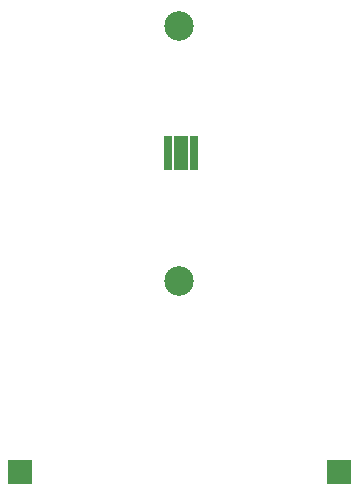
<source format=gts>
G04 #@! TF.GenerationSoftware,KiCad,Pcbnew,8.0.5*
G04 #@! TF.CreationDate,2024-10-09T13:13:15+02:00*
G04 #@! TF.ProjectId,LED_SINGLE_Board,4c45445f-5349-44e4-974c-455f426f6172,rev?*
G04 #@! TF.SameCoordinates,Original*
G04 #@! TF.FileFunction,Soldermask,Top*
G04 #@! TF.FilePolarity,Negative*
%FSLAX46Y46*%
G04 Gerber Fmt 4.6, Leading zero omitted, Abs format (unit mm)*
G04 Created by KiCad (PCBNEW 8.0.5) date 2024-10-09 13:13:15*
%MOMM*%
%LPD*%
G01*
G04 APERTURE LIST*
G04 Aperture macros list*
%AMRoundRect*
0 Rectangle with rounded corners*
0 $1 Rounding radius*
0 $2 $3 $4 $5 $6 $7 $8 $9 X,Y pos of 4 corners*
0 Add a 4 corners polygon primitive as box body*
4,1,4,$2,$3,$4,$5,$6,$7,$8,$9,$2,$3,0*
0 Add four circle primitives for the rounded corners*
1,1,$1+$1,$2,$3*
1,1,$1+$1,$4,$5*
1,1,$1+$1,$6,$7*
1,1,$1+$1,$8,$9*
0 Add four rect primitives between the rounded corners*
20,1,$1+$1,$2,$3,$4,$5,0*
20,1,$1+$1,$4,$5,$6,$7,0*
20,1,$1+$1,$6,$7,$8,$9,0*
20,1,$1+$1,$8,$9,$2,$3,0*%
G04 Aperture macros list end*
%ADD10C,2.500000*%
%ADD11RoundRect,0.102000X0.250000X1.350000X-0.250000X1.350000X-0.250000X-1.350000X0.250000X-1.350000X0*%
%ADD12RoundRect,0.102000X0.500000X1.350000X-0.500000X1.350000X-0.500000X-1.350000X0.500000X-1.350000X0*%
%ADD13R,2.000000X2.000000*%
G04 APERTURE END LIST*
D10*
X43400000Y-52260000D03*
X43400000Y-30740000D03*
D11*
X42470000Y-41500000D03*
X44670000Y-41500000D03*
D12*
X43570000Y-41500000D03*
D13*
X57000000Y-68500000D03*
X30000000Y-68500000D03*
M02*

</source>
